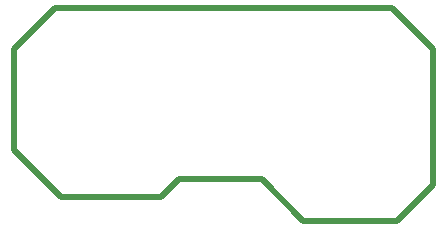
<source format=gbr>
%TF.GenerationSoftware,KiCad,Pcbnew,8.0.3*%
%TF.CreationDate,2024-08-13T18:53:29+02:00*%
%TF.ProjectId,SD cc1101 def,53442063-6331-4313-9031-206465662e6b,rev?*%
%TF.SameCoordinates,Original*%
%TF.FileFunction,Profile,NP*%
%FSLAX46Y46*%
G04 Gerber Fmt 4.6, Leading zero omitted, Abs format (unit mm)*
G04 Created by KiCad (PCBNEW 8.0.3) date 2024-08-13 18:53:29*
%MOMM*%
%LPD*%
G01*
G04 APERTURE LIST*
%TA.AperFunction,Profile*%
%ADD10C,0.500000*%
%TD*%
G04 APERTURE END LIST*
D10*
X188500000Y-70000000D02*
X192000000Y-66500000D01*
X188500000Y-78500000D02*
X188500000Y-70000000D01*
X192500000Y-82500000D02*
X188500000Y-78500000D01*
X201000000Y-82500000D02*
X192500000Y-82500000D01*
X202500000Y-81000000D02*
X201000000Y-82500000D01*
X209500000Y-81000000D02*
X202500000Y-81000000D01*
X213000000Y-84500000D02*
X209500000Y-81000000D01*
X221000000Y-84500000D02*
X213000000Y-84500000D01*
X224000000Y-81500000D02*
X221000000Y-84500000D01*
X224000000Y-70000000D02*
X224000000Y-81500000D01*
X220500000Y-66500000D02*
X224000000Y-70000000D01*
X192000000Y-66500000D02*
X220500000Y-66500000D01*
M02*

</source>
